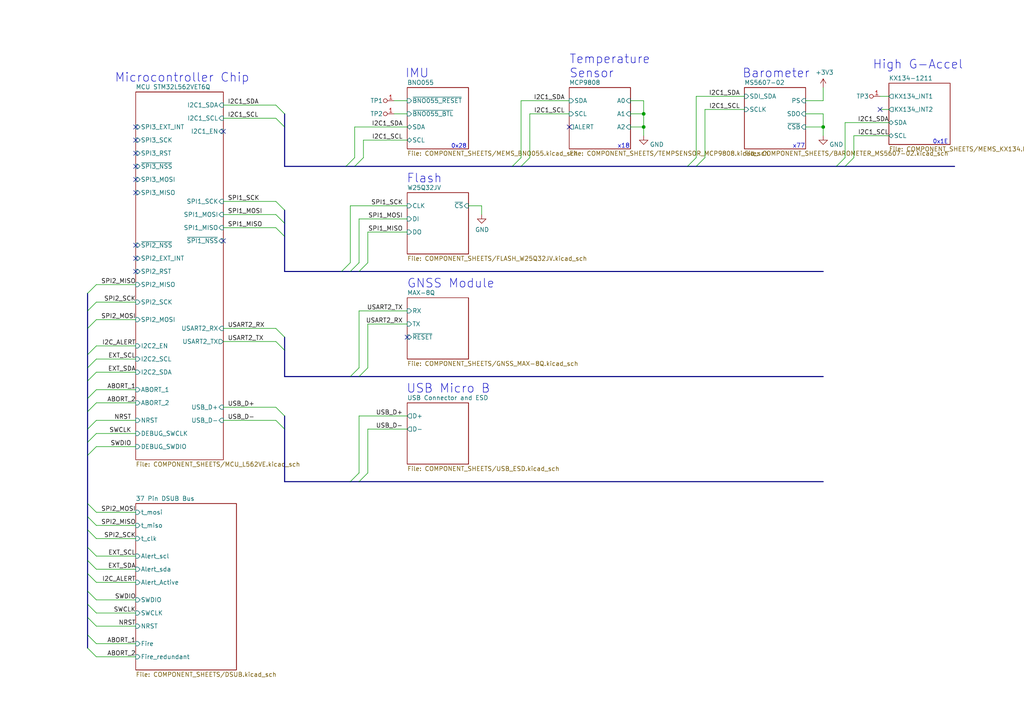
<source format=kicad_sch>
(kicad_sch (version 20211123) (generator eeschema)
  (paper "A4")
  (title_block (title "Data Collection PCB Schematic") (date "2021-12-06") (rev "v1.0.4") (company "Missouri S&T Rocket Design Team '21 (Thomas Francois & Seth Sievers)") (comment 1 "https://github.com/MSTRocketDesignTeam/Avionics-Data-Collection-PCB") (comment 2 "Intended as initial pre-production design") (comment 3 "Schematic depicting logical connections between components"))
  (lib_symbols
    (symbol "Data_Collection_KiCAD_Project-rescue:+3.3V-power-Data_Collection_KiCAD_Project-rescue" (power) (pin_names (offset 0))
      (property "Value" "Data_Collection_KiCAD_Project-rescue_+3.3V-power-Data_Collection_KiCAD_Project-rescue" (at 0 3.556 0))
      (symbol "+3.3V-power-Data_Collection_KiCAD_Project-rescue_0_1"
        (polyline (pts (xy -0.762 1.27) (xy 0 2.54)))
        (polyline (pts (xy 0 0) (xy 0 2.54)))
        (polyline (pts (xy 0 2.54) (xy 0.762 1.27)))
      )
      (symbol "+3.3V-power-Data_Collection_KiCAD_Project-rescue_1_1"
        (pin power_in line (at 0 0 90) (length 0) hide (name "+3V3") (number "1"))
      )
    )
    (symbol "Data_Collection_KiCAD_Project-rescue:GND-power-Data_Collection_KiCAD_Project-rescue" (power) (pin_names (offset 0))
      (property "Value" "Data_Collection_KiCAD_Project-rescue_GND-power-Data_Collection_KiCAD_Project-rescue" (at 0 -3.81 0))
      (symbol "GND-power-Data_Collection_KiCAD_Project-rescue_0_1"
        (polyline (pts (xy 0 0) (xy 0 -1.27) (xy 1.27 -1.27) (xy 0 -2.54) (xy -1.27 -1.27) (xy 0 -1.27)))
      )
      (symbol "GND-power-Data_Collection_KiCAD_Project-rescue_1_1"
        (pin power_in line (at 0 0 270) (length 0) hide (name "GND") (number "1"))
      )
    )
    (symbol "dk_Test-Points:RCT-0C" (pin_names (offset 1.016))
      (property "Reference" "TP" (at -2.54 1.27 0))
      (property "Value" "RCT-0C" (at 0 -2.54 0))
      (symbol "RCT-0C_0_1"
        (circle (center 0 0) (radius 0.5588))
      )
      (symbol "RCT-0C_1_1"
        (pin passive line (at 0 2.54 270) (length 1.905) (name "~") (number "1"))
      )
    )
  )
  (junction (at 186.69 36.83))
  (junction (at 186.69 33.02))
  (junction (at 238.76 36.83))
  (no_connect (at 64.77 38.1))
  (no_connect (at 64.77 69.85))
  (no_connect (at 39.37 74.93))
  (no_connect (at 39.37 71.12))
  (no_connect (at 39.37 78.74))
  (no_connect (at 255.27 31.75))
  (no_connect (at 39.37 55.88))
  (no_connect (at 39.37 44.45))
  (no_connect (at 39.37 52.07))
  (no_connect (at 39.37 48.26))
  (no_connect (at 39.37 36.83))
  (no_connect (at 39.37 40.64))
  (no_connect (at 165.1 36.83))
  (no_connect (at 118.11 97.79))
  (bus_entry (at 242.57 48.26) (size 2.54 -2.54))
  (bus_entry (at 82.55 68.58) (size -2.54 -2.54))
  (bus_entry (at 25.4 153.67) (size 2.54 2.54))
  (bus_entry (at 25.4 110.49) (size 2.54 -2.54))
  (bus_entry (at 101.6 109.22) (size 2.54 -2.54))
  (bus_entry (at 99.06 78.74) (size 2.54 -2.54))
  (bus_entry (at 25.4 146.05) (size 2.54 2.54))
  (bus_entry (at 82.55 124.46) (size -2.54 -2.54))
  (bus_entry (at 101.6 139.7) (size 2.54 -2.54))
  (bus_entry (at 25.4 115.57) (size 2.54 -2.54))
  (bus_entry (at 25.4 119.38) (size 2.54 -2.54))
  (bus_entry (at 82.55 60.96) (size -2.54 -2.54))
  (bus_entry (at 25.4 124.46) (size 2.54 -2.54))
  (bus_entry (at 25.4 85.09) (size 2.54 -2.54))
  (bus_entry (at 104.14 78.74) (size 2.54 -2.54))
  (bus_entry (at 25.4 179.07) (size 2.54 2.54))
  (bus_entry (at 102.87 48.26) (size 2.54 -2.54))
  (bus_entry (at 25.4 162.56) (size 2.54 2.54))
  (bus_entry (at 25.4 106.68) (size 2.54 -2.54))
  (bus_entry (at 82.55 64.77) (size -2.54 -2.54))
  (bus_entry (at 25.4 158.75) (size 2.54 2.54))
  (bus_entry (at 82.55 36.83) (size -2.54 -2.54))
  (bus_entry (at 25.4 128.27) (size 2.54 -2.54))
  (bus_entry (at 82.55 97.79) (size -2.54 -2.54))
  (bus_entry (at 25.4 171.45) (size 2.54 2.54))
  (bus_entry (at 104.14 139.7) (size 2.54 -2.54))
  (bus_entry (at 25.4 175.26) (size 2.54 2.54))
  (bus_entry (at 25.4 184.15) (size 2.54 2.54))
  (bus_entry (at 245.11 48.26) (size 2.54 -2.54))
  (bus_entry (at 100.33 48.26) (size 2.54 -2.54))
  (bus_entry (at 25.4 187.96) (size 2.54 2.54))
  (bus_entry (at 25.4 132.08) (size 2.54 -2.54))
  (bus_entry (at 25.4 149.86) (size 2.54 2.54))
  (bus_entry (at 104.14 109.22) (size 2.54 -2.54))
  (bus_entry (at 201.93 48.26) (size 2.54 -2.54))
  (bus_entry (at 199.39 48.26) (size 2.54 -2.54))
  (bus_entry (at 25.4 166.37) (size 2.54 2.54))
  (bus_entry (at 148.59 48.26) (size 2.54 -2.54))
  (bus_entry (at 25.4 90.17) (size 2.54 -2.54))
  (bus_entry (at 101.6 78.74) (size 2.54 -2.54))
  (bus_entry (at 25.4 95.25) (size 2.54 -2.54))
  (bus_entry (at 25.4 102.87) (size 2.54 -2.54))
  (bus_entry (at 82.55 101.6) (size -2.54 -2.54))
  (bus_entry (at 82.55 33.02) (size -2.54 -2.54))
  (bus_entry (at 82.55 120.65) (size -2.54 -2.54))
  (bus_entry (at 151.13 48.26) (size 2.54 -2.54))
  (bus (pts (xy 25.4 106.68) (xy 25.4 110.49)))
  (bus (pts (xy 25.4 128.27) (xy 25.4 132.08)))
  (bus (pts (xy 82.55 36.83) (xy 82.55 48.26)))
  (bus (pts (xy 104.14 78.74) (xy 238.76 78.74)))
  (wire (pts (xy 27.94 107.95) (xy 39.37 107.95)))
  (wire (pts (xy 204.47 31.75) (xy 215.9 31.75)))
  (wire (pts (xy 27.94 125.73) (xy 39.37 125.73)))
  (wire (pts (xy 27.94 100.33) (xy 39.37 100.33)))
  (wire (pts (xy 27.94 177.8) (xy 39.37 177.8)))
  (wire (pts (xy 204.47 45.72) (xy 204.47 31.75)))
  (bus (pts (xy 82.55 68.58) (xy 82.55 78.74)))
  (bus (pts (xy 199.39 48.26) (xy 201.93 48.26)))
  (wire (pts (xy 245.11 35.56) (xy 257.81 35.56)))
  (wire (pts (xy 27.94 148.59) (xy 39.37 148.59)))
  (bus (pts (xy 242.57 48.26) (xy 245.11 48.26)))
  (wire (pts (xy 104.14 106.68) (xy 104.14 90.17)))
  (wire (pts (xy 64.77 58.42) (xy 80.01 58.42)))
  (wire (pts (xy 186.69 36.83) (xy 186.69 33.02)))
  (bus (pts (xy 25.4 115.57) (xy 25.4 119.38)))
  (wire (pts (xy 27.94 87.63) (xy 39.37 87.63)))
  (bus (pts (xy 25.4 132.08) (xy 25.4 146.05)))
  (wire (pts (xy 238.76 33.02) (xy 238.76 36.83)))
  (wire (pts (xy 104.14 120.65) (xy 118.11 120.65)))
  (wire (pts (xy 106.68 106.68) (xy 106.68 93.98)))
  (wire (pts (xy 106.68 93.98) (xy 118.11 93.98)))
  (bus (pts (xy 25.4 175.26) (xy 25.4 179.07)))
  (wire (pts (xy 64.77 95.25) (xy 80.01 95.25)))
  (wire (pts (xy 102.87 36.83) (xy 118.11 36.83)))
  (bus (pts (xy 151.13 48.26) (xy 199.39 48.26)))
  (wire (pts (xy 118.11 33.02) (xy 114.3 33.02)))
  (wire (pts (xy 182.88 33.02) (xy 186.69 33.02)))
  (wire (pts (xy 27.94 129.54) (xy 39.37 129.54)))
  (bus (pts (xy 82.55 124.46) (xy 82.55 139.7)))
  (wire (pts (xy 153.67 33.02) (xy 165.1 33.02)))
  (wire (pts (xy 64.77 121.92) (xy 80.01 121.92)))
  (bus (pts (xy 25.4 85.09) (xy 25.4 90.17)))
  (bus (pts (xy 82.55 48.26) (xy 100.33 48.26)))
  (wire (pts (xy 64.77 34.29) (xy 80.01 34.29)))
  (wire (pts (xy 139.7 59.69) (xy 135.89 59.69)))
  (wire (pts (xy 247.65 45.72) (xy 247.65 39.37)))
  (wire (pts (xy 186.69 39.37) (xy 186.69 36.83)))
  (wire (pts (xy 27.94 168.91) (xy 39.37 168.91)))
  (wire (pts (xy 27.94 173.99) (xy 39.37 173.99)))
  (wire (pts (xy 105.41 45.72) (xy 105.41 40.64)))
  (wire (pts (xy 27.94 104.14) (xy 39.37 104.14)))
  (bus (pts (xy 25.4 102.87) (xy 25.4 106.68)))
  (wire (pts (xy 27.94 190.5) (xy 39.37 190.5)))
  (bus (pts (xy 25.4 184.15) (xy 25.4 187.96)))
  (bus (pts (xy 101.6 78.74) (xy 104.14 78.74)))
  (bus (pts (xy 104.14 139.7) (xy 238.76 139.7)))
  (wire (pts (xy 247.65 39.37) (xy 257.81 39.37)))
  (wire (pts (xy 104.14 63.5) (xy 118.11 63.5)))
  (wire (pts (xy 64.77 99.06) (xy 80.01 99.06)))
  (bus (pts (xy 82.55 78.74) (xy 99.06 78.74)))
  (bus (pts (xy 25.4 153.67) (xy 25.4 158.75)))
  (bus (pts (xy 25.4 119.38) (xy 25.4 124.46)))
  (wire (pts (xy 27.94 186.69) (xy 39.37 186.69)))
  (wire (pts (xy 153.67 45.72) (xy 153.67 33.02)))
  (wire (pts (xy 27.94 152.4) (xy 39.37 152.4)))
  (wire (pts (xy 27.94 113.03) (xy 39.37 113.03)))
  (wire (pts (xy 245.11 45.72) (xy 245.11 35.56)))
  (bus (pts (xy 82.55 60.96) (xy 82.55 64.77)))
  (wire (pts (xy 186.69 33.02) (xy 186.69 29.21)))
  (wire (pts (xy 182.88 36.83) (xy 186.69 36.83)))
  (bus (pts (xy 104.14 109.22) (xy 238.76 109.22)))
  (wire (pts (xy 233.68 33.02) (xy 238.76 33.02)))
  (wire (pts (xy 238.76 25.4) (xy 238.76 29.21)))
  (bus (pts (xy 201.93 48.26) (xy 242.57 48.26)))
  (bus (pts (xy 25.4 110.49) (xy 25.4 115.57)))
  (wire (pts (xy 106.68 124.46) (xy 118.11 124.46)))
  (wire (pts (xy 101.6 59.69) (xy 118.11 59.69)))
  (bus (pts (xy 82.55 101.6) (xy 82.55 109.22)))
  (wire (pts (xy 151.13 29.21) (xy 165.1 29.21)))
  (wire (pts (xy 139.7 62.23) (xy 139.7 59.69)))
  (wire (pts (xy 27.94 161.29) (xy 39.37 161.29)))
  (bus (pts (xy 25.4 124.46) (xy 25.4 128.27)))
  (bus (pts (xy 82.55 109.22) (xy 101.6 109.22)))
  (wire (pts (xy 27.94 181.61) (xy 39.37 181.61)))
  (bus (pts (xy 25.4 179.07) (xy 25.4 184.15)))
  (wire (pts (xy 27.94 116.84) (xy 39.37 116.84)))
  (bus (pts (xy 82.55 64.77) (xy 82.55 68.58)))
  (wire (pts (xy 238.76 39.37) (xy 238.76 36.83)))
  (bus (pts (xy 99.06 78.74) (xy 101.6 78.74)))
  (bus (pts (xy 102.87 48.26) (xy 148.59 48.26)))
  (bus (pts (xy 148.59 48.26) (xy 151.13 48.26)))
  (bus (pts (xy 82.55 120.65) (xy 82.55 124.46)))
  (wire (pts (xy 27.94 82.55) (xy 39.37 82.55)))
  (wire (pts (xy 27.94 121.92) (xy 39.37 121.92)))
  (bus (pts (xy 25.4 149.86) (xy 25.4 153.67)))
  (bus (pts (xy 25.4 166.37) (xy 25.4 171.45)))
  (bus (pts (xy 25.4 162.56) (xy 25.4 166.37)))
  (wire (pts (xy 105.41 40.64) (xy 118.11 40.64)))
  (wire (pts (xy 64.77 62.23) (xy 80.01 62.23)))
  (bus (pts (xy 100.33 48.26) (xy 102.87 48.26)))
  (wire (pts (xy 186.69 29.21) (xy 182.88 29.21)))
  (bus (pts (xy 25.4 158.75) (xy 25.4 162.56)))
  (wire (pts (xy 104.14 76.2) (xy 104.14 63.5)))
  (wire (pts (xy 104.14 90.17) (xy 118.11 90.17)))
  (wire (pts (xy 27.94 165.1) (xy 39.37 165.1)))
  (bus (pts (xy 82.55 97.79) (xy 82.55 101.6)))
  (bus (pts (xy 25.4 90.17) (xy 25.4 95.25)))
  (wire (pts (xy 238.76 36.83) (xy 233.68 36.83)))
  (bus (pts (xy 25.4 95.25) (xy 25.4 102.87)))
  (bus (pts (xy 101.6 109.22) (xy 104.14 109.22)))
  (wire (pts (xy 106.68 137.16) (xy 106.68 124.46)))
  (wire (pts (xy 101.6 59.69) (xy 101.6 76.2)))
  (wire (pts (xy 118.11 29.21) (xy 114.3 29.21)))
  (wire (pts (xy 102.87 45.72) (xy 102.87 36.83)))
  (wire (pts (xy 257.81 27.94) (xy 255.27 27.94)))
  (wire (pts (xy 27.94 156.21) (xy 39.37 156.21)))
  (bus (pts (xy 25.4 146.05) (xy 25.4 149.86)))
  (bus (pts (xy 82.55 33.02) (xy 82.55 36.83)))
  (wire (pts (xy 238.76 29.21) (xy 233.68 29.21)))
  (wire (pts (xy 106.68 67.31) (xy 118.11 67.31)))
  (wire (pts (xy 64.77 30.48) (xy 80.01 30.48)))
  (wire (pts (xy 201.93 27.94) (xy 201.93 45.72)))
  (wire (pts (xy 104.14 137.16) (xy 104.14 120.65)))
  (wire (pts (xy 64.77 118.11) (xy 80.01 118.11)))
  (bus (pts (xy 245.11 48.26) (xy 276.86 48.26)))
  (bus (pts (xy 25.4 171.45) (xy 25.4 175.26)))
  (wire (pts (xy 27.94 92.71) (xy 39.37 92.71)))
  (bus (pts (xy 82.55 139.7) (xy 101.6 139.7)))
  (wire (pts (xy 64.77 66.04) (xy 80.01 66.04)))
  (wire (pts (xy 201.93 27.94) (xy 215.9 27.94)))
  (bus (pts (xy 101.6 139.7) (xy 104.14 139.7)))
  (wire (pts (xy 106.68 67.31) (xy 106.68 76.2)))
  (wire (pts (xy 257.81 31.75) (xy 255.27 31.75)))
  (wire (pts (xy 151.13 45.72) (xy 151.13 29.21)))
  (text "Temperature\nSensor" (at 165.1 22.86 0) (effects (font (size 2.54 2.54)) (justify left bottom)))
  (text "High G-Accel" (at 279.4 20.32 180) (effects (font (size 2.54 2.54)) (justify right bottom)))
  (text "Microcontroller Chip" (at 72.39 24.13 180) (effects (font (size 2.54 2.54)) (justify right bottom)))
  (text "x77" (at 229.87 43.18 0) (effects (font (size 1.27 1.27)) (justify left bottom)))
  (text "Barometer" (at 234.95 22.86 180) (effects (font (size 2.54 2.54)) (justify right bottom)))
  (text "x18" (at 179.07 43.18 0) (effects (font (size 1.27 1.27)) (justify left bottom)))
  (text "Flash" (at 128.27 53.34 180) (effects (font (size 2.54 2.54)) (justify right bottom)))
  (text "0x28\n" (at 130.81 43.18 0) (effects (font (size 1.1938 1.1938)) (justify left bottom)))
  (text "0x1E" (at 270.51 41.91 0) (effects (font (size 1.1938 1.1938)) (justify left bottom)))
  (text "USB Micro B" (at 142.24 114.3 180) (effects (font (size 2.54 2.54)) (justify right bottom)))
  (text "IMU" (at 124.46 22.86 180) (effects (font (size 2.54 2.54)) (justify right bottom)))
  (text "GNSS Module" (at 143.51 83.82 180) (effects (font (size 2.54 2.54)) (justify right bottom)))
  (label "I2C1_SDA" (at 257.81 35.56 180))
  (label "I2C1_SCL" (at 214.63 31.75 180))
  (label "SPI1_MOSI" (at 66.04 62.23 0))
  (label "I2C1_SCL" (at 163.83 33.02 180))
  (label "I2C1_SCL" (at 257.81 39.37 180))
  (label "SPI1_MOSI" (at 116.84 63.5 180))
  (label "EXT_SDA" (at 39.37 107.95 180))
  (label "I2C1_SDA" (at 116.84 36.83 180))
  (label "I2C1_SDA" (at 66.04 30.48 0))
  (label "SPI1_SCK" (at 66.04 58.42 0))
  (label "USART2_TX" (at 66.04 99.06 0))
  (label "I2C1_SCL" (at 116.84 40.64 180))
  (label "SPI2_SCK" (at 39.37 156.21 180))
  (label "I2C_ALERT" (at 39.37 100.33 180))
  (label "USB_D-" (at 66.04 121.92 0))
  (label "SWDIO" (at 39.37 173.99 180))
  (label "NRST" (at 38.1 121.92 180))
  (label "NRST" (at 39.37 181.61 180))
  (label "USART2_RX" (at 116.84 93.98 180))
  (label "EXT_SCL" (at 39.37 104.14 180))
  (label "I2C_ALERT" (at 39.37 168.91 180))
  (label "SPI1_SCK" (at 116.84 59.69 180))
  (label "SWCLK" (at 39.37 177.8 180))
  (label "SWDIO" (at 38.1 129.54 180))
  (label "ABORT_1" (at 39.37 186.69 180))
  (label "SPI2_MISO" (at 39.37 152.4 180))
  (label "USART2_RX" (at 66.04 95.25 0))
  (label "USB_D+" (at 116.84 120.65 180))
  (label "ABORT_2" (at 39.37 190.5 180))
  (label "I2C1_SDA" (at 214.63 27.94 180))
  (label "USART2_TX" (at 116.84 90.17 180))
  (label "EXT_SDA" (at 39.37 165.1 180))
  (label "EXT_SCL" (at 39.37 161.29 180))
  (label "SWCLK" (at 38.1 125.73 180))
  (label "USB_D+" (at 66.04 118.11 0))
  (label "SPI2_MOSI" (at 39.37 148.59 180))
  (label "I2C1_SDA" (at 163.83 29.21 180))
  (label "SPI2_MISO" (at 39.37 82.55 180))
  (label "SPI1_MISO" (at 66.04 66.04 0))
  (label "I2C1_SCL" (at 66.04 34.29 0))
  (label "SPI2_SCK" (at 39.37 87.63 180))
  (label "USB_D-" (at 116.84 124.46 180))
  (label "SPI1_MISO" (at 116.84 67.31 180))
  (label "ABORT_1" (at 39.37 113.03 180))
  (label "ABORT_2" (at 39.37 116.84 180))
  (label "SPI2_MOSI" (at 39.37 92.71 180))
  (symbol (lib_id "Data_Collection_KiCAD_Project-rescue:GND-power-Data_Collection_KiCAD_Project-rescue") (at 238.76 39.37 0) (unit 1)
    (property "Reference" "#PWR04" (effects hide))
    (property "Value" "GND" (at 242.57 41.91 0))
  )
  (symbol (lib_id "Data_Collection_KiCAD_Project-rescue:+3.3V-power-Data_Collection_KiCAD_Project-rescue") (at 238.76 25.4 0) (unit 1)
    (property "Reference" "#PWR03" (effects hide))
    (property "Value" "+3.3V" (at 239.141 21.0058 0))
  )
  (symbol (lib_id "Data_Collection_KiCAD_Project-rescue:GND-power-Data_Collection_KiCAD_Project-rescue") (at 186.69 39.37 0) (unit 1)
    (property "Reference" "#PWR02" (effects hide))
    (property "Value" "GND" (at 190.5 41.91 0))
  )
  (symbol (lib_id "Data_Collection_KiCAD_Project-rescue:GND-power-Data_Collection_KiCAD_Project-rescue") (at 139.7 62.23 0) (unit 1)
    (property "Reference" "#PWR01" (effects hide))
    (property "Value" "GND" (at 139.827 66.6242 0))
  )
  (symbol (lib_id "dk_Test-Points:RCT-0C") (at 111.76 29.21 270) (unit 1)
    (property "Reference" "TP1" (at 109.22 29.21 90))
    (property "Value" "Debug Pad" (effects hide))
    (property "Footprint" "TestPoint:TestPoint_Pad_D1.0mm" (effects hide))
    (property "Datasheet" "https://www.te.com/commerce/DocumentDelivery/DDEController?Action=srchrtrv&DocNm=1773266&DocType=DS&DocLang=English" (effects hide))
    (property "Digi-Key_PN" "A106144CT-ND" (effects hide))
    (property "MPN" "RCT-0C" (effects hide))
    (property "Category" "Test and Measurement" (effects hide))
    (property "Family" "Test Points" (effects hide))
    (property "DK_Datasheet_Link" "https://www.te.com/commerce/DocumentDelivery/DDEController?Action=srchrtrv&DocNm=1773266&DocType=DS&DocLang=English" (effects hide))
    (property "DK_Detail_Page" "/product-detail/en/te-connectivity-amp-connectors/RCT-0C/A106144CT-ND/3477801" (effects hide))
    (property "Description" "PC TEST POINT NATURAL" (effects hide))
    (property "Manufacturer" "TE Connectivity AMP Connectors" (effects hide))
    (property "Status" "Active" (effects hide))
  )
  (symbol (lib_id "dk_Test-Points:RCT-0C") (at 111.76 33.02 270) (unit 1)
    (property "Reference" "TP2" (at 109.22 33.02 90))
    (property "Value" "Debug Pad" (effects hide))
    (property "Footprint" "TestPoint:TestPoint_Pad_D1.0mm" (effects hide))
    (property "Datasheet" "https://www.te.com/commerce/DocumentDelivery/DDEController?Action=srchrtrv&DocNm=1773266&DocType=DS&DocLang=English" (effects hide))
    (property "Digi-Key_PN" "A106144CT-ND" (effects hide))
    (property "MPN" "RCT-0C" (effects hide))
    (property "Category" "Test and Measurement" (effects hide))
    (property "Family" "Test Points" (effects hide))
    (property "DK_Datasheet_Link" "https://www.te.com/commerce/DocumentDelivery/DDEController?Action=srchrtrv&DocNm=1773266&DocType=DS&DocLang=English" (effects hide))
    (property "DK_Detail_Page" "/product-detail/en/te-connectivity-amp-connectors/RCT-0C/A106144CT-ND/3477801" (effects hide))
    (property "Description" "PC TEST POINT NATURAL" (effects hide))
    (property "Manufacturer" "TE Connectivity AMP Connectors" (effects hide))
    (property "Status" "Active" (effects hide))
  )
  (symbol (lib_id "dk_Test-Points:RCT-0C") (at 252.73 27.94 270) (unit 1)
    (property "Reference" "TP3" (at 250.19 27.94 90))
    (property "Value" "Debug Pad" (effects hide))
    (property "Footprint" "TestPoint:TestPoint_Pad_D1.0mm" (effects hide))
    (property "Datasheet" "https://www.te.com/commerce/DocumentDelivery/DDEController?Action=srchrtrv&DocNm=1773266&DocType=DS&DocLang=English" (effects hide))
    (property "Digi-Key_PN" "A106144CT-ND" (effects hide))
    (property "MPN" "RCT-0C" (effects hide))
    (property "Category" "Test and Measurement" (effects hide))
    (property "Family" "Test Points" (effects hide))
    (property "DK_Datasheet_Link" "https://www.te.com/commerce/DocumentDelivery/DDEController?Action=srchrtrv&DocNm=1773266&DocType=DS&DocLang=English" (effects hide))
    (property "DK_Detail_Page" "/product-detail/en/te-connectivity-amp-connectors/RCT-0C/A106144CT-ND/3477801" (effects hide))
    (property "Description" "PC TEST POINT NATURAL" (effects hide))
    (property "Manufacturer" "TE Connectivity AMP Connectors" (effects hide))
    (property "Status" "Active" (effects hide))
  )
  (sheet (at 118.11 25.4) (size 17.78 17.78)
    (property "Sheet name" "BNO055" (at 118.11 24.6884 0) (effects (justify left bottom)))
    (property "Sheet file" "COMPONENT_SHEETS/MEMS_BNO055.kicad_sch" (at 118.11 43.7646 0) (effects (justify left top)))
    (pin "SDA" bidirectional (at 118.11 36.83 180))
    (pin "SCL" bidirectional (at 118.11 40.64 180))
    (pin "~{BNO055_RESET}" input (at 118.11 29.21 180))
    (pin "~{BNO055_BTL}" input (at 118.11 33.02 180))
  )
  (sheet (at 118.11 86.36) (size 17.78 17.78)
    (property "Sheet name" "MAX-8Q" (at 118.11 85.6484 0) (effects (justify left bottom)))
    (property "Sheet file" "COMPONENT_SHEETS/GNSS_MAX-8Q.kicad_sch" (at 118.11 104.7246 0) (effects (justify left top)))
    (pin "RX" input (at 118.11 90.17 180))
    (pin "TX" input (at 118.11 93.98 180))
    (pin "~{RESET}" input (at 118.11 97.79 180))
  )
  (sheet (at 215.9 25.4) (size 17.78 17.78)
    (property "Sheet name" "MS5607-02" (at 215.9 24.6884 0) (effects (justify left bottom)))
    (property "Sheet file" "COMPONENT_SHEETS/BAROMETER_MS5607-02.kicad_sch" (at 215.9 43.7646 0) (effects (justify left top)))
    (pin "SDI_SDA" input (at 215.9 27.94 180))
    (pin "SCLK" input (at 215.9 31.75 180))
    (pin "SDO" input (at 233.68 33.02 0))
    (pin "PS" input (at 233.68 29.21 0))
    (pin "~{CSB}" input (at 233.68 36.83 0))
  )
  (sheet (at 165.1 25.4) (size 17.78 17.78)
    (property "Sheet name" "MCP9808" (at 165.1 24.6884 0) (effects (justify left bottom)))
    (property "Sheet file" "COMPONENT_SHEETS/TEMPSENSOR_MCP9808.kicad_sch" (at 165.1 43.7646 0) (effects (justify left top)))
    (pin "SDA" input (at 165.1 29.21 180))
    (pin "SCL" input (at 165.1 33.02 180))
    (pin "A0" input (at 182.88 29.21 0))
    (pin "A1" input (at 182.88 33.02 0))
    (pin "A2" input (at 182.88 36.83 0))
    (pin "ALERT" output (at 165.1 36.83 180))
  )
  (sheet (at 118.11 116.84) (size 17.78 17.78)
    (property "Sheet name" "USB Connector and ESD" (at 118.11 116.1284 0) (effects (justify left bottom)))
    (property "Sheet file" "COMPONENT_SHEETS/USB_ESD.kicad_sch" (at 118.11 135.2046 0) (effects (justify left top)))
    (pin "D+" output (at 118.11 120.65 180))
    (pin "D-" output (at 118.11 124.46 180))
  )
  (sheet (at 118.11 55.88) (size 17.78 17.78)
    (property "Sheet name" "W25Q32JV" (at 118.11 55.1684 0) (effects (justify left bottom)))
    (property "Sheet file" "COMPONENT_SHEETS/FLASH_W25Q32JV.kicad_sch" (at 118.11 74.2446 0) (effects (justify left top)))
    (pin "CLK" input (at 118.11 59.69 180))
    (pin "DI" input (at 118.11 63.5 180))
    (pin "DO" input (at 118.11 67.31 180))
    (pin "~{CS}" input (at 135.89 59.69 0))
  )
  (sheet (at 257.81 24.13) (size 17.78 17.78)
    (property "Sheet name" "KX134-1211" (at 257.81 23.4184 0) (effects (justify left bottom)))
    (property "Sheet file" "COMPONENT_SHEETS/MEMS_KX134.kicad_sch" (at 257.81 42.4946 0) (effects (justify left top)))
    (pin "SDA" bidirectional (at 257.81 35.56 180))
    (pin "SCL" bidirectional (at 257.81 39.37 180))
    (pin "KX134_INT1" output (at 257.81 27.94 180))
    (pin "KX134_INT2" output (at 257.81 31.75 180))
  )
  (sheet (at 39.37 146.05) (size 29.21 48.26)
    (property "Sheet name" "37 Pin DSUB Bus" (at 39.37 145.3384 0) (effects (justify left bottom)))
    (property "Sheet file" "COMPONENT_SHEETS/DSUB.kicad_sch" (at 39.37 194.8946 0) (effects (justify left top)))
    (pin "t_mosi" input (at 39.37 148.59 180))
    (pin "t_miso" input (at 39.37 152.4 180))
    (pin "Alert_scl" input (at 39.37 161.29 180))
    (pin "Alert_sda" input (at 39.37 165.1 180))
    (pin "Alert_Active" input (at 39.37 168.91 180))
    (pin "SWDIO" input (at 39.37 173.99 180))
    (pin "SWCLK" input (at 39.37 177.8 180))
    (pin "NRST" input (at 39.37 181.61 180))
    (pin "Fire" input (at 39.37 186.69 180))
    (pin "Fire_redundant" input (at 39.37 190.5 180))
    (pin "t_clk" input (at 39.37 156.21 180))
  )
  (sheet (at -93.98 33.02) (size 25.4 102.87)
    (property "Sheet name" "STM32L562VET6Q" (at -93.98 32.3084 0) (effects (justify left bottom)))
    (property "Sheet file" "COMPONENT_SHEETS/MCU_STM32L562VET6Q.kicad_sch" (at -93.98 136.4746 0) (effects (justify left top)))
    (pin "I2C1_SCL" input (at -68.58 40.64 0))
    (pin "I2C1_SDA" input (at -68.58 36.83 0))
    (pin "SPI2_SCK" input (at -93.98 90.17 180))
    (pin "SPI2_MISO" input (at -93.98 85.09 180))
    (pin "SPI2_MOSI" input (at -93.98 95.25 180))
    (pin "SPI1_SCK" input (at -68.58 63.5 0))
    (pin "USART2_TX" input (at -68.58 101.6 0))
    (pin "USART2_RX" input (at -68.58 97.79 0))
    (pin "SPI1_MISO" input (at -68.58 71.12 0))
    (pin "SPI1_MOSI" input (at -68.58 67.31 0))
    (pin "SWDIO" input (at -93.98 132.08 180))
    (pin "SWCLK" input (at -93.98 128.27 180))
    (pin "NRST" input (at -93.98 124.46 180))
    (pin "EXT_SDA" input (at -93.98 110.49 180))
    (pin "EXT_SCL" input (at -93.98 106.68 180))
    (pin "EXT_I2C_Alert" bidirectional (at -93.98 102.87 180))
    (pin "USB_D-" input (at -68.58 132.08 0))
    (pin "USB_D+" input (at -68.58 128.27 0))
  )
  (sheet (at 39.37 26.67) (size 25.4 106.68) (stroke (width 0.1524))
    (property "Sheet name" "MCU STM32L562VET6Q" (at 39.37 25.9584 0) (effects (justify left bottom)))
    (property "Sheet file" "COMPONENT_SHEETS/MCU_L562VE.kicad_sch" (at 39.37 133.9346 0) (effects (justify left top)))
    (pin "I2C1_SCL" input (at 64.77 34.29 0))
    (pin "I2C1_SDA" input (at 64.77 30.48 0))
    (pin "SPI3_RST" input (at 39.37 44.45 180))
    (pin "I2C1_EN" input (at 64.77 38.1 0))
    (pin "DEBUG_SWCLK" input (at 39.37 125.73 180))
    (pin "~{SPI1_NSS}" input (at 64.77 69.85 0))
    (pin "DEBUG_SWDIO" input (at 39.37 129.54 180))
    (pin "USB_D+" input (at 64.77 118.11 0))
    (pin "USB_D-" input (at 64.77 121.92 0))
    (pin "SPI1_MISO" input (at 64.77 66.04 0))
    (pin "SPI1_SCK" input (at 64.77 58.42 0))
    (pin "~{SPI3_NSS}" input (at 39.37 48.26 180))
    (pin "SPI1_MOSI" input (at 64.77 62.23 0))
    (pin "SPI2_RST" input (at 39.37 78.74 180))
    (pin "SPI2_EXT_INT" input (at 39.37 74.93 180))
    (pin "SPI3_MOSI" input (at 39.37 52.07 180))
    (pin "SPI3_SCK" input (at 39.37 40.64 180))
    (pin "SPI3_MISO" input (at 39.37 55.88 180))
    (pin "ABORT_1" input (at 39.37 113.03 180))
    (pin "SPI2_MISO" input (at 39.37 82.55 180))
    (pin "SPI2_SCK" input (at 39.37 87.63 180))
    (pin "ABORT_2" input (at 39.37 116.84 180))
    (pin "SPI2_MOSI" input (at 39.37 92.71 180))
    (pin "NRST" input (at 39.37 121.92 180))
    (pin "~{SPI2_NSS}" input (at 39.37 71.12 180))
    (pin "SPI3_EXT_INT" input (at 39.37 36.83 180))
    (pin "USART2_TX" output (at 64.77 99.06 0))
    (pin "USART2_RX" input (at 64.77 95.25 0))
    (pin "I2C2_SDA" input (at 39.37 107.95 180))
    (pin "I2C2_SCL" input (at 39.37 104.14 180))
    (pin "I2C2_EN" input (at 39.37 100.33 180))
  )
)
</source>
